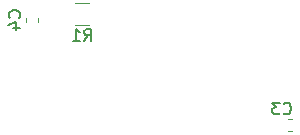
<source format=gbo>
G04 #@! TF.GenerationSoftware,KiCad,Pcbnew,(5.1.0)-1*
G04 #@! TF.CreationDate,2021-03-07T20:54:59+01:00*
G04 #@! TF.ProjectId,Atari OSS Cartridge,41746172-6920-44f5-9353-204361727472,rev?*
G04 #@! TF.SameCoordinates,Original*
G04 #@! TF.FileFunction,Legend,Bot*
G04 #@! TF.FilePolarity,Positive*
%FSLAX46Y46*%
G04 Gerber Fmt 4.6, Leading zero omitted, Abs format (unit mm)*
G04 Created by KiCad (PCBNEW (5.1.0)-1) date 2021-03-07 20:54:59*
%MOMM*%
%LPD*%
G04 APERTURE LIST*
%ADD10C,0.120000*%
%ADD11C,0.150000*%
%ADD12C,1.524400*%
%ADD13R,1.524400X1.524400*%
%ADD14O,1.802000X1.802000*%
%ADD15R,1.802000X1.802000*%
%ADD16C,0.100000*%
%ADD17C,1.052000*%
%ADD18C,1.527000*%
G04 APERTURE END LIST*
D10*
X118366000Y-87077733D02*
X118366000Y-87420267D01*
X117346000Y-87077733D02*
X117346000Y-87420267D01*
X139554133Y-95654400D02*
X139896667Y-95654400D01*
X139554133Y-96674400D02*
X139896667Y-96674400D01*
X121521136Y-85856400D02*
X122725264Y-85856400D01*
X121521136Y-87676400D02*
X122725264Y-87676400D01*
D11*
X116783142Y-87082333D02*
X116830761Y-87034714D01*
X116878380Y-86891857D01*
X116878380Y-86796619D01*
X116830761Y-86653761D01*
X116735523Y-86558523D01*
X116640285Y-86510904D01*
X116449809Y-86463285D01*
X116306952Y-86463285D01*
X116116476Y-86510904D01*
X116021238Y-86558523D01*
X115926000Y-86653761D01*
X115878380Y-86796619D01*
X115878380Y-86891857D01*
X115926000Y-87034714D01*
X115973619Y-87082333D01*
X116211714Y-87939476D02*
X116878380Y-87939476D01*
X115830761Y-87701380D02*
X116545047Y-87463285D01*
X116545047Y-88082333D01*
X139168166Y-95162642D02*
X139215785Y-95210261D01*
X139358642Y-95257880D01*
X139453880Y-95257880D01*
X139596738Y-95210261D01*
X139691976Y-95115023D01*
X139739595Y-95019785D01*
X139787214Y-94829309D01*
X139787214Y-94686452D01*
X139739595Y-94495976D01*
X139691976Y-94400738D01*
X139596738Y-94305500D01*
X139453880Y-94257880D01*
X139358642Y-94257880D01*
X139215785Y-94305500D01*
X139168166Y-94353119D01*
X138834833Y-94257880D02*
X138215785Y-94257880D01*
X138549119Y-94638833D01*
X138406261Y-94638833D01*
X138311023Y-94686452D01*
X138263404Y-94734071D01*
X138215785Y-94829309D01*
X138215785Y-95067404D01*
X138263404Y-95162642D01*
X138311023Y-95210261D01*
X138406261Y-95257880D01*
X138691976Y-95257880D01*
X138787214Y-95210261D01*
X138834833Y-95162642D01*
X122289866Y-89038780D02*
X122623200Y-88562590D01*
X122861295Y-89038780D02*
X122861295Y-88038780D01*
X122480342Y-88038780D01*
X122385104Y-88086400D01*
X122337485Y-88134019D01*
X122289866Y-88229257D01*
X122289866Y-88372114D01*
X122337485Y-88467352D01*
X122385104Y-88514971D01*
X122480342Y-88562590D01*
X122861295Y-88562590D01*
X121337485Y-89038780D02*
X121908914Y-89038780D01*
X121623200Y-89038780D02*
X121623200Y-88038780D01*
X121718438Y-88181638D01*
X121813676Y-88276876D01*
X121908914Y-88324495D01*
%LPC*%
D12*
X141046200Y-103327200D03*
X141046200Y-105867200D03*
X141046200Y-108407200D03*
X141046200Y-110947200D03*
X143586200Y-103327200D03*
X143586200Y-105867200D03*
X143586200Y-108407200D03*
X143586200Y-110947200D03*
X138506200Y-110947200D03*
X135966200Y-110947200D03*
X141046200Y-113487200D03*
X138506200Y-113487200D03*
X135966200Y-113487200D03*
X133426200Y-113487200D03*
X133426200Y-110947200D03*
X133426200Y-108407200D03*
X133426200Y-105867200D03*
X133426200Y-103327200D03*
X130886200Y-110947200D03*
X130886200Y-108407200D03*
X130886200Y-105867200D03*
X130886200Y-103327200D03*
X130886200Y-100787200D03*
X141046200Y-98247200D03*
X138506200Y-98247200D03*
X133426200Y-98247200D03*
X135966200Y-98247200D03*
X143586200Y-100787200D03*
X141046200Y-100787200D03*
X133426200Y-100787200D03*
X135966200Y-100787200D03*
D13*
X138506200Y-100787200D03*
D14*
X111480600Y-114757200D03*
X114020600Y-114757200D03*
X116560600Y-114757200D03*
D15*
X119100600Y-114757200D03*
D14*
X125349000Y-114757200D03*
D15*
X122809000Y-114757200D03*
D14*
X135102600Y-87630000D03*
X137642600Y-87630000D03*
X135102600Y-90170000D03*
X137642600Y-90170000D03*
X135102600Y-92710000D03*
D15*
X137642600Y-92710000D03*
D16*
G36*
X118144779Y-87549266D02*
G01*
X118170309Y-87553053D01*
X118195345Y-87559325D01*
X118219646Y-87568020D01*
X118242977Y-87579055D01*
X118265115Y-87592323D01*
X118285845Y-87607698D01*
X118304969Y-87625031D01*
X118322302Y-87644155D01*
X118337677Y-87664885D01*
X118350945Y-87687023D01*
X118361980Y-87710354D01*
X118370675Y-87734655D01*
X118376947Y-87759691D01*
X118380734Y-87785221D01*
X118382000Y-87811000D01*
X118382000Y-88437000D01*
X118380734Y-88462779D01*
X118376947Y-88488309D01*
X118370675Y-88513345D01*
X118361980Y-88537646D01*
X118350945Y-88560977D01*
X118337677Y-88583115D01*
X118322302Y-88603845D01*
X118304969Y-88622969D01*
X118285845Y-88640302D01*
X118265115Y-88655677D01*
X118242977Y-88668945D01*
X118219646Y-88679980D01*
X118195345Y-88688675D01*
X118170309Y-88694947D01*
X118144779Y-88698734D01*
X118119000Y-88700000D01*
X117593000Y-88700000D01*
X117567221Y-88698734D01*
X117541691Y-88694947D01*
X117516655Y-88688675D01*
X117492354Y-88679980D01*
X117469023Y-88668945D01*
X117446885Y-88655677D01*
X117426155Y-88640302D01*
X117407031Y-88622969D01*
X117389698Y-88603845D01*
X117374323Y-88583115D01*
X117361055Y-88560977D01*
X117350020Y-88537646D01*
X117341325Y-88513345D01*
X117335053Y-88488309D01*
X117331266Y-88462779D01*
X117330000Y-88437000D01*
X117330000Y-87811000D01*
X117331266Y-87785221D01*
X117335053Y-87759691D01*
X117341325Y-87734655D01*
X117350020Y-87710354D01*
X117361055Y-87687023D01*
X117374323Y-87664885D01*
X117389698Y-87644155D01*
X117407031Y-87625031D01*
X117426155Y-87607698D01*
X117446885Y-87592323D01*
X117469023Y-87579055D01*
X117492354Y-87568020D01*
X117516655Y-87559325D01*
X117541691Y-87553053D01*
X117567221Y-87549266D01*
X117593000Y-87548000D01*
X118119000Y-87548000D01*
X118144779Y-87549266D01*
X118144779Y-87549266D01*
G37*
D17*
X117856000Y-88124000D03*
D16*
G36*
X118144779Y-85799266D02*
G01*
X118170309Y-85803053D01*
X118195345Y-85809325D01*
X118219646Y-85818020D01*
X118242977Y-85829055D01*
X118265115Y-85842323D01*
X118285845Y-85857698D01*
X118304969Y-85875031D01*
X118322302Y-85894155D01*
X118337677Y-85914885D01*
X118350945Y-85937023D01*
X118361980Y-85960354D01*
X118370675Y-85984655D01*
X118376947Y-86009691D01*
X118380734Y-86035221D01*
X118382000Y-86061000D01*
X118382000Y-86687000D01*
X118380734Y-86712779D01*
X118376947Y-86738309D01*
X118370675Y-86763345D01*
X118361980Y-86787646D01*
X118350945Y-86810977D01*
X118337677Y-86833115D01*
X118322302Y-86853845D01*
X118304969Y-86872969D01*
X118285845Y-86890302D01*
X118265115Y-86905677D01*
X118242977Y-86918945D01*
X118219646Y-86929980D01*
X118195345Y-86938675D01*
X118170309Y-86944947D01*
X118144779Y-86948734D01*
X118119000Y-86950000D01*
X117593000Y-86950000D01*
X117567221Y-86948734D01*
X117541691Y-86944947D01*
X117516655Y-86938675D01*
X117492354Y-86929980D01*
X117469023Y-86918945D01*
X117446885Y-86905677D01*
X117426155Y-86890302D01*
X117407031Y-86872969D01*
X117389698Y-86853845D01*
X117374323Y-86833115D01*
X117361055Y-86810977D01*
X117350020Y-86787646D01*
X117341325Y-86763345D01*
X117335053Y-86738309D01*
X117331266Y-86712779D01*
X117330000Y-86687000D01*
X117330000Y-86061000D01*
X117331266Y-86035221D01*
X117335053Y-86009691D01*
X117341325Y-85984655D01*
X117350020Y-85960354D01*
X117361055Y-85937023D01*
X117374323Y-85914885D01*
X117389698Y-85894155D01*
X117407031Y-85875031D01*
X117426155Y-85857698D01*
X117446885Y-85842323D01*
X117469023Y-85829055D01*
X117492354Y-85818020D01*
X117516655Y-85809325D01*
X117541691Y-85803053D01*
X117567221Y-85799266D01*
X117593000Y-85798000D01*
X118119000Y-85798000D01*
X118144779Y-85799266D01*
X118144779Y-85799266D01*
G37*
D17*
X117856000Y-86374000D03*
D16*
G36*
X140939179Y-95639666D02*
G01*
X140964709Y-95643453D01*
X140989745Y-95649725D01*
X141014046Y-95658420D01*
X141037377Y-95669455D01*
X141059515Y-95682723D01*
X141080245Y-95698098D01*
X141099369Y-95715431D01*
X141116702Y-95734555D01*
X141132077Y-95755285D01*
X141145345Y-95777423D01*
X141156380Y-95800754D01*
X141165075Y-95825055D01*
X141171347Y-95850091D01*
X141175134Y-95875621D01*
X141176400Y-95901400D01*
X141176400Y-96427400D01*
X141175134Y-96453179D01*
X141171347Y-96478709D01*
X141165075Y-96503745D01*
X141156380Y-96528046D01*
X141145345Y-96551377D01*
X141132077Y-96573515D01*
X141116702Y-96594245D01*
X141099369Y-96613369D01*
X141080245Y-96630702D01*
X141059515Y-96646077D01*
X141037377Y-96659345D01*
X141014046Y-96670380D01*
X140989745Y-96679075D01*
X140964709Y-96685347D01*
X140939179Y-96689134D01*
X140913400Y-96690400D01*
X140287400Y-96690400D01*
X140261621Y-96689134D01*
X140236091Y-96685347D01*
X140211055Y-96679075D01*
X140186754Y-96670380D01*
X140163423Y-96659345D01*
X140141285Y-96646077D01*
X140120555Y-96630702D01*
X140101431Y-96613369D01*
X140084098Y-96594245D01*
X140068723Y-96573515D01*
X140055455Y-96551377D01*
X140044420Y-96528046D01*
X140035725Y-96503745D01*
X140029453Y-96478709D01*
X140025666Y-96453179D01*
X140024400Y-96427400D01*
X140024400Y-95901400D01*
X140025666Y-95875621D01*
X140029453Y-95850091D01*
X140035725Y-95825055D01*
X140044420Y-95800754D01*
X140055455Y-95777423D01*
X140068723Y-95755285D01*
X140084098Y-95734555D01*
X140101431Y-95715431D01*
X140120555Y-95698098D01*
X140141285Y-95682723D01*
X140163423Y-95669455D01*
X140186754Y-95658420D01*
X140211055Y-95649725D01*
X140236091Y-95643453D01*
X140261621Y-95639666D01*
X140287400Y-95638400D01*
X140913400Y-95638400D01*
X140939179Y-95639666D01*
X140939179Y-95639666D01*
G37*
D17*
X140600400Y-96164400D03*
D16*
G36*
X139189179Y-95639666D02*
G01*
X139214709Y-95643453D01*
X139239745Y-95649725D01*
X139264046Y-95658420D01*
X139287377Y-95669455D01*
X139309515Y-95682723D01*
X139330245Y-95698098D01*
X139349369Y-95715431D01*
X139366702Y-95734555D01*
X139382077Y-95755285D01*
X139395345Y-95777423D01*
X139406380Y-95800754D01*
X139415075Y-95825055D01*
X139421347Y-95850091D01*
X139425134Y-95875621D01*
X139426400Y-95901400D01*
X139426400Y-96427400D01*
X139425134Y-96453179D01*
X139421347Y-96478709D01*
X139415075Y-96503745D01*
X139406380Y-96528046D01*
X139395345Y-96551377D01*
X139382077Y-96573515D01*
X139366702Y-96594245D01*
X139349369Y-96613369D01*
X139330245Y-96630702D01*
X139309515Y-96646077D01*
X139287377Y-96659345D01*
X139264046Y-96670380D01*
X139239745Y-96679075D01*
X139214709Y-96685347D01*
X139189179Y-96689134D01*
X139163400Y-96690400D01*
X138537400Y-96690400D01*
X138511621Y-96689134D01*
X138486091Y-96685347D01*
X138461055Y-96679075D01*
X138436754Y-96670380D01*
X138413423Y-96659345D01*
X138391285Y-96646077D01*
X138370555Y-96630702D01*
X138351431Y-96613369D01*
X138334098Y-96594245D01*
X138318723Y-96573515D01*
X138305455Y-96551377D01*
X138294420Y-96528046D01*
X138285725Y-96503745D01*
X138279453Y-96478709D01*
X138275666Y-96453179D01*
X138274400Y-96427400D01*
X138274400Y-95901400D01*
X138275666Y-95875621D01*
X138279453Y-95850091D01*
X138285725Y-95825055D01*
X138294420Y-95800754D01*
X138305455Y-95777423D01*
X138318723Y-95755285D01*
X138334098Y-95734555D01*
X138351431Y-95715431D01*
X138370555Y-95698098D01*
X138391285Y-95682723D01*
X138413423Y-95669455D01*
X138436754Y-95658420D01*
X138461055Y-95649725D01*
X138486091Y-95643453D01*
X138511621Y-95639666D01*
X138537400Y-95638400D01*
X139163400Y-95638400D01*
X139189179Y-95639666D01*
X139189179Y-95639666D01*
G37*
D17*
X138850400Y-96164400D03*
D16*
G36*
X124132563Y-85841690D02*
G01*
X124158569Y-85845548D01*
X124184071Y-85851935D01*
X124208824Y-85860792D01*
X124232590Y-85872033D01*
X124255139Y-85885548D01*
X124276256Y-85901209D01*
X124295735Y-85918865D01*
X124313391Y-85938344D01*
X124329052Y-85959461D01*
X124342567Y-85982010D01*
X124353808Y-86005776D01*
X124362665Y-86030529D01*
X124369052Y-86056031D01*
X124372910Y-86082037D01*
X124374200Y-86108295D01*
X124374200Y-87424505D01*
X124372910Y-87450763D01*
X124369052Y-87476769D01*
X124362665Y-87502271D01*
X124353808Y-87527024D01*
X124342567Y-87550790D01*
X124329052Y-87573339D01*
X124313391Y-87594456D01*
X124295735Y-87613935D01*
X124276256Y-87631591D01*
X124255139Y-87647252D01*
X124232590Y-87660767D01*
X124208824Y-87672008D01*
X124184071Y-87680865D01*
X124158569Y-87687252D01*
X124132563Y-87691110D01*
X124106305Y-87692400D01*
X123115095Y-87692400D01*
X123088837Y-87691110D01*
X123062831Y-87687252D01*
X123037329Y-87680865D01*
X123012576Y-87672008D01*
X122988810Y-87660767D01*
X122966261Y-87647252D01*
X122945144Y-87631591D01*
X122925665Y-87613935D01*
X122908009Y-87594456D01*
X122892348Y-87573339D01*
X122878833Y-87550790D01*
X122867592Y-87527024D01*
X122858735Y-87502271D01*
X122852348Y-87476769D01*
X122848490Y-87450763D01*
X122847200Y-87424505D01*
X122847200Y-86108295D01*
X122848490Y-86082037D01*
X122852348Y-86056031D01*
X122858735Y-86030529D01*
X122867592Y-86005776D01*
X122878833Y-85982010D01*
X122892348Y-85959461D01*
X122908009Y-85938344D01*
X122925665Y-85918865D01*
X122945144Y-85901209D01*
X122966261Y-85885548D01*
X122988810Y-85872033D01*
X123012576Y-85860792D01*
X123037329Y-85851935D01*
X123062831Y-85845548D01*
X123088837Y-85841690D01*
X123115095Y-85840400D01*
X124106305Y-85840400D01*
X124132563Y-85841690D01*
X124132563Y-85841690D01*
G37*
D18*
X123610700Y-86766400D03*
D16*
G36*
X121157563Y-85841690D02*
G01*
X121183569Y-85845548D01*
X121209071Y-85851935D01*
X121233824Y-85860792D01*
X121257590Y-85872033D01*
X121280139Y-85885548D01*
X121301256Y-85901209D01*
X121320735Y-85918865D01*
X121338391Y-85938344D01*
X121354052Y-85959461D01*
X121367567Y-85982010D01*
X121378808Y-86005776D01*
X121387665Y-86030529D01*
X121394052Y-86056031D01*
X121397910Y-86082037D01*
X121399200Y-86108295D01*
X121399200Y-87424505D01*
X121397910Y-87450763D01*
X121394052Y-87476769D01*
X121387665Y-87502271D01*
X121378808Y-87527024D01*
X121367567Y-87550790D01*
X121354052Y-87573339D01*
X121338391Y-87594456D01*
X121320735Y-87613935D01*
X121301256Y-87631591D01*
X121280139Y-87647252D01*
X121257590Y-87660767D01*
X121233824Y-87672008D01*
X121209071Y-87680865D01*
X121183569Y-87687252D01*
X121157563Y-87691110D01*
X121131305Y-87692400D01*
X120140095Y-87692400D01*
X120113837Y-87691110D01*
X120087831Y-87687252D01*
X120062329Y-87680865D01*
X120037576Y-87672008D01*
X120013810Y-87660767D01*
X119991261Y-87647252D01*
X119970144Y-87631591D01*
X119950665Y-87613935D01*
X119933009Y-87594456D01*
X119917348Y-87573339D01*
X119903833Y-87550790D01*
X119892592Y-87527024D01*
X119883735Y-87502271D01*
X119877348Y-87476769D01*
X119873490Y-87450763D01*
X119872200Y-87424505D01*
X119872200Y-86108295D01*
X119873490Y-86082037D01*
X119877348Y-86056031D01*
X119883735Y-86030529D01*
X119892592Y-86005776D01*
X119903833Y-85982010D01*
X119917348Y-85959461D01*
X119933009Y-85938344D01*
X119950665Y-85918865D01*
X119970144Y-85901209D01*
X119991261Y-85885548D01*
X120013810Y-85872033D01*
X120037576Y-85860792D01*
X120062329Y-85851935D01*
X120087831Y-85845548D01*
X120113837Y-85841690D01*
X120140095Y-85840400D01*
X121131305Y-85840400D01*
X121157563Y-85841690D01*
X121157563Y-85841690D01*
G37*
D18*
X120635700Y-86766400D03*
D12*
X129616200Y-114757200D03*
X129616200Y-112217200D03*
X129616200Y-109677200D03*
X129616200Y-107137200D03*
X129616200Y-104597200D03*
X129616200Y-102057200D03*
X129616200Y-99517200D03*
X129616200Y-96977200D03*
X129616200Y-94437200D03*
X129616200Y-91897200D03*
X129616200Y-89357200D03*
D13*
X129616200Y-86817200D03*
D12*
X144856200Y-114757200D03*
X144856200Y-112217200D03*
X144856200Y-109677200D03*
X144856200Y-107137200D03*
X144856200Y-104597200D03*
X144856200Y-102057200D03*
X144856200Y-99517200D03*
X144856200Y-96977200D03*
X144856200Y-94437200D03*
X144856200Y-91897200D03*
X144856200Y-89357200D03*
D13*
X144856200Y-86817200D03*
M02*

</source>
